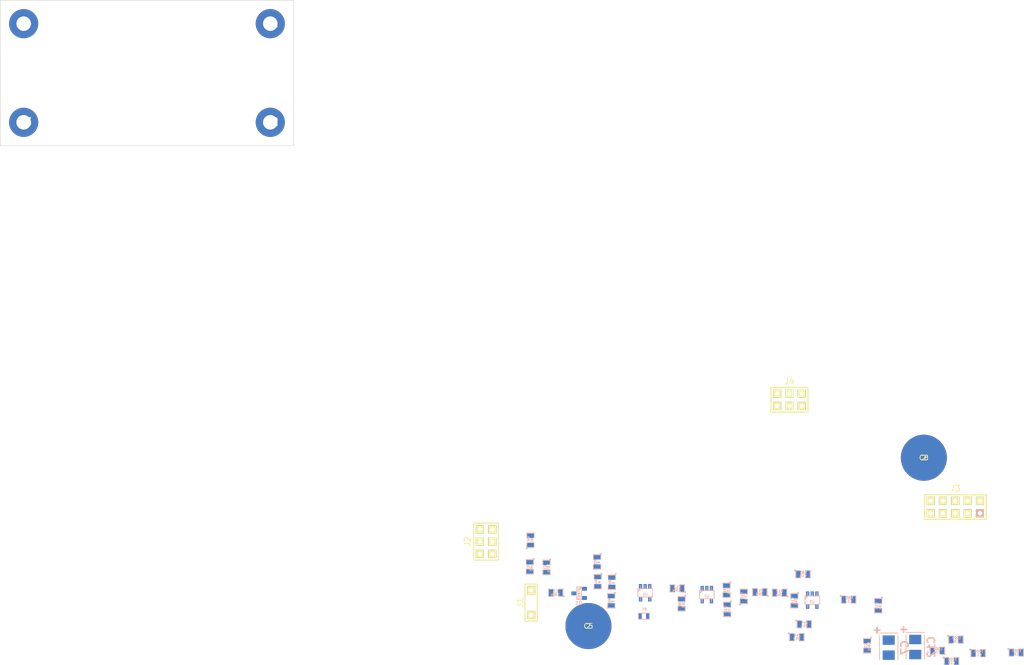
<source format=kicad_pcb>
(kicad_pcb (version 4) (host pcbnew "(2014-08-29 BZR 5106)-product")

  (general
    (links 91)
    (no_connects 91)
    (area 95.075829 46.8122 255.666241 107.009001)
    (thickness 1.6)
    (drawings 4)
    (tracks 0)
    (zones 0)
    (modules 44)
    (nets 20)
  )

  (page A4)
  (layers
    (0 F.Cu signal)
    (31 B.Cu signal)
    (32 B.Adhes user)
    (33 F.Adhes user)
    (34 B.Paste user)
    (35 F.Paste user)
    (36 B.SilkS user)
    (37 F.SilkS user)
    (38 B.Mask user)
    (39 F.Mask user)
    (40 Dwgs.User user)
    (41 Cmts.User user)
    (42 Eco1.User user)
    (43 Eco2.User user)
    (44 Edge.Cuts user)
    (45 Margin user)
    (46 B.CrtYd user)
    (47 F.CrtYd user)
    (48 B.Fab user)
    (49 F.Fab user)
  )

  (setup
    (last_trace_width 0.254)
    (trace_clearance 0.254)
    (zone_clearance 0.508)
    (zone_45_only no)
    (trace_min 0.254)
    (segment_width 0.2)
    (edge_width 0.1)
    (via_size 0.889)
    (via_drill 0.635)
    (via_min_size 0.889)
    (via_min_drill 0.508)
    (uvia_size 0.508)
    (uvia_drill 0.127)
    (uvias_allowed no)
    (uvia_min_size 0.508)
    (uvia_min_drill 0.127)
    (pcb_text_width 0.3)
    (pcb_text_size 1.5 1.5)
    (mod_edge_width 0.15)
    (mod_text_size 1 1)
    (mod_text_width 0.15)
    (pad_size 0.69088 1.00076)
    (pad_drill 0)
    (pad_to_mask_clearance 0)
    (aux_axis_origin 0 0)
    (visible_elements 7FFFFFFF)
    (pcbplotparams
      (layerselection 0x00030_80000001)
      (usegerberextensions false)
      (excludeedgelayer true)
      (linewidth 0.100000)
      (plotframeref false)
      (viasonmask false)
      (mode 1)
      (useauxorigin false)
      (hpglpennumber 1)
      (hpglpenspeed 20)
      (hpglpendiameter 15)
      (hpglpenoverlay 2)
      (psnegative false)
      (psa4output false)
      (plotreference true)
      (plotvalue true)
      (plotinvisibletext false)
      (padsonsilk false)
      (subtractmaskfromsilk false)
      (outputformat 1)
      (mirror false)
      (drillshape 1)
      (scaleselection 1)
      (outputdirectory ""))
  )

  (net 0 "")
  (net 1 "Net-(C1-Pad1)")
  (net 2 GND)
  (net 3 "Net-(C2-Pad1)")
  (net 4 "Net-(C2-Pad2)")
  (net 5 V+)
  (net 6 "Net-(C5-Pad1)")
  (net 7 V-)
  (net 8 "Net-(C13-Pad2)")
  (net 9 "Net-(C13-Pad1)")
  (net 10 "Net-(C14-Pad1)")
  (net 11 "Net-(C14-Pad2)")
  (net 12 "Net-(C15-Pad1)")
  (net 13 "Net-(C16-Pad1)")
  (net 14 "Net-(C16-Pad2)")
  (net 15 "Net-(C17-Pad1)")
  (net 16 "Net-(J2-Pad2)")
  (net 17 "Net-(R3-Pad2)")
  (net 18 "Net-(R13-Pad1)")
  (net 19 "Net-(Q1-Pad2)")

  (net_class Default "Toto je výchozí třída sítě."
    (clearance 0.254)
    (trace_width 0.254)
    (via_dia 0.889)
    (via_drill 0.635)
    (uvia_dia 0.508)
    (uvia_drill 0.127)
    (add_net GND)
    (add_net "Net-(C1-Pad1)")
    (add_net "Net-(C13-Pad1)")
    (add_net "Net-(C13-Pad2)")
    (add_net "Net-(C14-Pad1)")
    (add_net "Net-(C14-Pad2)")
    (add_net "Net-(C15-Pad1)")
    (add_net "Net-(C16-Pad1)")
    (add_net "Net-(C16-Pad2)")
    (add_net "Net-(C17-Pad1)")
    (add_net "Net-(C2-Pad1)")
    (add_net "Net-(C2-Pad2)")
    (add_net "Net-(C5-Pad1)")
    (add_net "Net-(J2-Pad2)")
    (add_net "Net-(Q1-Pad2)")
    (add_net "Net-(R13-Pad1)")
    (add_net "Net-(R3-Pad2)")
    (add_net V+)
    (add_net V-)
  )

  (module MLAB_R:SMD-0805 (layer B.Cu) (tedit 54799E0C) (tstamp 54837338)
    (at 112.776 86.614 270)
    (path /547682EE)
    (attr smd)
    (fp_text reference C1 (at 0 0.3175 270) (layer B.SilkS)
      (effects (font (size 0.50038 0.50038) (thickness 0.10922)) (justify mirror))
    )
    (fp_text value 100k (at 0.127 -0.381 270) (layer B.SilkS)
      (effects (font (size 0.50038 0.50038) (thickness 0.10922)) (justify mirror))
    )
    (fp_circle (center -1.651 -0.762) (end -1.651 -0.635) (layer B.SilkS) (width 0.15))
    (fp_line (start -0.508 -0.762) (end -1.524 -0.762) (layer B.SilkS) (width 0.15))
    (fp_line (start -1.524 -0.762) (end -1.524 0.762) (layer B.SilkS) (width 0.15))
    (fp_line (start -1.524 0.762) (end -0.508 0.762) (layer B.SilkS) (width 0.15))
    (fp_line (start 0.508 0.762) (end 1.524 0.762) (layer B.SilkS) (width 0.15))
    (fp_line (start 1.524 0.762) (end 1.524 -0.762) (layer B.SilkS) (width 0.15))
    (fp_line (start 1.524 -0.762) (end 0.508 -0.762) (layer B.SilkS) (width 0.15))
    (pad 1 smd rect (at -0.9525 0 270) (size 0.889 1.397) (layers B.Cu B.Paste B.Mask)
      (net 1 "Net-(C1-Pad1)"))
    (pad 2 smd rect (at 0.9525 0 270) (size 0.889 1.397) (layers B.Cu B.Paste B.Mask)
      (net 2 GND))
    (model MLAB_3D/Resistors/chip_cms.wrl
      (at (xyz 0 0 0))
      (scale (xyz 0.1 0.1 0.1))
      (rotate (xyz 0 0 0))
    )
  )

  (module MLAB_R:SMD-0805 (layer B.Cu) (tedit 54799E0C) (tstamp 54837345)
    (at 114.681 91.821 180)
    (path /54768486)
    (attr smd)
    (fp_text reference C2 (at 0 0.3175 180) (layer B.SilkS)
      (effects (font (size 0.50038 0.50038) (thickness 0.10922)) (justify mirror))
    )
    (fp_text value 100k (at 0.127 -0.381 180) (layer B.SilkS)
      (effects (font (size 0.50038 0.50038) (thickness 0.10922)) (justify mirror))
    )
    (fp_circle (center -1.651 -0.762) (end -1.651 -0.635) (layer B.SilkS) (width 0.15))
    (fp_line (start -0.508 -0.762) (end -1.524 -0.762) (layer B.SilkS) (width 0.15))
    (fp_line (start -1.524 -0.762) (end -1.524 0.762) (layer B.SilkS) (width 0.15))
    (fp_line (start -1.524 0.762) (end -0.508 0.762) (layer B.SilkS) (width 0.15))
    (fp_line (start 0.508 0.762) (end 1.524 0.762) (layer B.SilkS) (width 0.15))
    (fp_line (start 1.524 0.762) (end 1.524 -0.762) (layer B.SilkS) (width 0.15))
    (fp_line (start 1.524 -0.762) (end 0.508 -0.762) (layer B.SilkS) (width 0.15))
    (pad 1 smd rect (at -0.9525 0 180) (size 0.889 1.397) (layers B.Cu B.Paste B.Mask)
      (net 3 "Net-(C2-Pad1)"))
    (pad 2 smd rect (at 0.9525 0 180) (size 0.889 1.397) (layers B.Cu B.Paste B.Mask)
      (net 4 "Net-(C2-Pad2)"))
    (model MLAB_3D/Resistors/chip_cms.wrl
      (at (xyz 0 0 0))
      (scale (xyz 0.1 0.1 0.1))
      (rotate (xyz 0 0 0))
    )
  )

  (module MLAB_R:SMD-0805 (layer B.Cu) (tedit 54799E0C) (tstamp 54837352)
    (at 178.816 102.743 270)
    (path /54843902)
    (attr smd)
    (fp_text reference C3 (at 0 0.3175 270) (layer B.SilkS)
      (effects (font (size 0.50038 0.50038) (thickness 0.10922)) (justify mirror))
    )
    (fp_text value 100n (at 0.127 -0.381 270) (layer B.SilkS)
      (effects (font (size 0.50038 0.50038) (thickness 0.10922)) (justify mirror))
    )
    (fp_circle (center -1.651 -0.762) (end -1.651 -0.635) (layer B.SilkS) (width 0.15))
    (fp_line (start -0.508 -0.762) (end -1.524 -0.762) (layer B.SilkS) (width 0.15))
    (fp_line (start -1.524 -0.762) (end -1.524 0.762) (layer B.SilkS) (width 0.15))
    (fp_line (start -1.524 0.762) (end -0.508 0.762) (layer B.SilkS) (width 0.15))
    (fp_line (start 0.508 0.762) (end 1.524 0.762) (layer B.SilkS) (width 0.15))
    (fp_line (start 1.524 0.762) (end 1.524 -0.762) (layer B.SilkS) (width 0.15))
    (fp_line (start 1.524 -0.762) (end 0.508 -0.762) (layer B.SilkS) (width 0.15))
    (pad 1 smd rect (at -0.9525 0 270) (size 0.889 1.397) (layers B.Cu B.Paste B.Mask)
      (net 5 V+))
    (pad 2 smd rect (at 0.9525 0 270) (size 0.889 1.397) (layers B.Cu B.Paste B.Mask)
      (net 2 GND))
    (model MLAB_3D/Resistors/chip_cms.wrl
      (at (xyz 0 0 0))
      (scale (xyz 0.1 0.1 0.1))
      (rotate (xyz 0 0 0))
    )
  )

  (module MLAB_R:SMD-0805 (layer B.Cu) (tedit 54799E0C) (tstamp 5483735F)
    (at 193.294 103.759)
    (path /5484394C)
    (attr smd)
    (fp_text reference C4 (at 0 0.3175) (layer B.SilkS)
      (effects (font (size 0.50038 0.50038) (thickness 0.10922)) (justify mirror))
    )
    (fp_text value 100n (at 0.127 -0.381) (layer B.SilkS)
      (effects (font (size 0.50038 0.50038) (thickness 0.10922)) (justify mirror))
    )
    (fp_circle (center -1.651 -0.762) (end -1.651 -0.635) (layer B.SilkS) (width 0.15))
    (fp_line (start -0.508 -0.762) (end -1.524 -0.762) (layer B.SilkS) (width 0.15))
    (fp_line (start -1.524 -0.762) (end -1.524 0.762) (layer B.SilkS) (width 0.15))
    (fp_line (start -1.524 0.762) (end -0.508 0.762) (layer B.SilkS) (width 0.15))
    (fp_line (start 0.508 0.762) (end 1.524 0.762) (layer B.SilkS) (width 0.15))
    (fp_line (start 1.524 0.762) (end 1.524 -0.762) (layer B.SilkS) (width 0.15))
    (fp_line (start 1.524 -0.762) (end 0.508 -0.762) (layer B.SilkS) (width 0.15))
    (pad 1 smd rect (at -0.9525 0) (size 0.889 1.397) (layers B.Cu B.Paste B.Mask)
      (net 5 V+))
    (pad 2 smd rect (at 0.9525 0) (size 0.889 1.397) (layers B.Cu B.Paste B.Mask)
      (net 2 GND))
    (model MLAB_3D/Resistors/chip_cms.wrl
      (at (xyz 0 0 0))
      (scale (xyz 0.1 0.1 0.1))
      (rotate (xyz 0 0 0))
    )
  )

  (module MLAB_C:C2pF (layer F.Cu) (tedit 54834E51) (tstamp 54837365)
    (at 121.412 98.679)
    (path /54769B26)
    (fp_text reference C5 (at 0 0) (layer F.SilkS)
      (effects (font (size 1 1) (thickness 0.15)))
    )
    (fp_text value 2 (at 0 0) (layer F.SilkS)
      (effects (font (size 1 1) (thickness 0.15)))
    )
    (pad 1 smd circle (at 0 0) (size 9.480265 9.480265) (layers F.Cu F.Paste F.Mask)
      (net 6 "Net-(C5-Pad1)"))
    (pad 2 smd circle (at 0 0) (size 9.480265 9.480265) (layers B.Cu F.Paste F.Mask)
      (net 7 V-))
  )

  (module MLAB_R:SMD-0805 (layer B.Cu) (tedit 54799E0C) (tstamp 54837372)
    (at 197.104 101.473)
    (path /54843281)
    (attr smd)
    (fp_text reference C6 (at 0 0.3175) (layer B.SilkS)
      (effects (font (size 0.50038 0.50038) (thickness 0.10922)) (justify mirror))
    )
    (fp_text value 100n (at 0.127 -0.381) (layer B.SilkS)
      (effects (font (size 0.50038 0.50038) (thickness 0.10922)) (justify mirror))
    )
    (fp_circle (center -1.651 -0.762) (end -1.651 -0.635) (layer B.SilkS) (width 0.15))
    (fp_line (start -0.508 -0.762) (end -1.524 -0.762) (layer B.SilkS) (width 0.15))
    (fp_line (start -1.524 -0.762) (end -1.524 0.762) (layer B.SilkS) (width 0.15))
    (fp_line (start -1.524 0.762) (end -0.508 0.762) (layer B.SilkS) (width 0.15))
    (fp_line (start 0.508 0.762) (end 1.524 0.762) (layer B.SilkS) (width 0.15))
    (fp_line (start 1.524 0.762) (end 1.524 -0.762) (layer B.SilkS) (width 0.15))
    (fp_line (start 1.524 -0.762) (end 0.508 -0.762) (layer B.SilkS) (width 0.15))
    (pad 1 smd rect (at -0.9525 0) (size 0.889 1.397) (layers B.Cu B.Paste B.Mask)
      (net 5 V+))
    (pad 2 smd rect (at 0.9525 0) (size 0.889 1.397) (layers B.Cu B.Paste B.Mask)
      (net 2 GND))
    (model MLAB_3D/Resistors/chip_cms.wrl
      (at (xyz 0 0 0))
      (scale (xyz 0.1 0.1 0.1))
      (rotate (xyz 0 0 0))
    )
  )

  (module MLAB_C:TantalC_SizeB_Reflow (layer B.Cu) (tedit 54799CFA) (tstamp 5483737E)
    (at 183.261 103.124 90)
    (descr "Tantal Cap. , Size B, EIA-3528, Reflow,")
    (tags "Tantal Cap. , Size B, EIA-3528, Reflow,")
    (path /548432CC)
    (attr smd)
    (fp_text reference C7 (at 0 3.302 90) (layer B.SilkS)
      (effects (font (thickness 0.3048)) (justify mirror))
    )
    (fp_text value 47u (at 0.254 -3.556 90) (layer B.SilkS) hide
      (effects (font (thickness 0.3048)) (justify mirror))
    )
    (fp_text user + (at 3.59918 -2.49936 270) (layer B.SilkS)
      (effects (font (thickness 0.3048)) (justify mirror))
    )
    (fp_line (start 2.99974 -1.89992) (end 2.99974 1.89992) (layer B.SilkS) (width 0.15))
    (fp_line (start -2.49936 -1.89992) (end 2.49936 -1.89992) (layer B.SilkS) (width 0.15))
    (fp_line (start -2.49682 1.89992) (end 2.5019 1.89992) (layer B.SilkS) (width 0.15))
    (fp_line (start 3.60172 -3.00228) (end 3.60172 -1.90246) (layer B.SilkS) (width 0.15))
    (fp_line (start 4.20116 -2.5019) (end 3.00228 -2.5019) (layer B.SilkS) (width 0.15))
    (pad 2 smd rect (at -1.5494 0 270) (size 1.95072 2.49936) (layers B.Cu B.Paste B.Mask)
      (net 2 GND))
    (pad 1 smd rect (at 1.5494 0 270) (size 1.95072 2.49936) (layers B.Cu B.Paste B.Mask)
      (net 5 V+))
    (model MLAB_3D/Capacitors/c_tant_B.wrl
      (at (xyz 0 0 0))
      (scale (xyz 1 1 1))
      (rotate (xyz 0 0 0))
    )
  )

  (module MLAB_C:C2pF (layer F.Cu) (tedit 54834E51) (tstamp 54837384)
    (at 190.5 64.008)
    (path /54768B04)
    (fp_text reference C8 (at 0 0) (layer F.SilkS)
      (effects (font (size 1 1) (thickness 0.15)))
    )
    (fp_text value 2 (at 0 0) (layer F.SilkS)
      (effects (font (size 1 1) (thickness 0.15)))
    )
    (pad 1 smd circle (at 0 0) (size 9.480265 9.480265) (layers F.Cu F.Paste F.Mask)
      (net 8 "Net-(C13-Pad2)"))
    (pad 2 smd circle (at 0 0) (size 9.480265 9.480265) (layers B.Cu F.Paste F.Mask)
      (net 3 "Net-(C2-Pad1)"))
  )

  (module MLAB_R:SMD-0805 (layer B.Cu) (tedit 54799E0C) (tstamp 54837391)
    (at 209.55 104.14)
    (path /54844741)
    (attr smd)
    (fp_text reference C9 (at 0 0.3175) (layer B.SilkS)
      (effects (font (size 0.50038 0.50038) (thickness 0.10922)) (justify mirror))
    )
    (fp_text value 100n (at 0.127 -0.381) (layer B.SilkS)
      (effects (font (size 0.50038 0.50038) (thickness 0.10922)) (justify mirror))
    )
    (fp_circle (center -1.651 -0.762) (end -1.651 -0.635) (layer B.SilkS) (width 0.15))
    (fp_line (start -0.508 -0.762) (end -1.524 -0.762) (layer B.SilkS) (width 0.15))
    (fp_line (start -1.524 -0.762) (end -1.524 0.762) (layer B.SilkS) (width 0.15))
    (fp_line (start -1.524 0.762) (end -0.508 0.762) (layer B.SilkS) (width 0.15))
    (fp_line (start 0.508 0.762) (end 1.524 0.762) (layer B.SilkS) (width 0.15))
    (fp_line (start 1.524 0.762) (end 1.524 -0.762) (layer B.SilkS) (width 0.15))
    (fp_line (start 1.524 -0.762) (end 0.508 -0.762) (layer B.SilkS) (width 0.15))
    (pad 1 smd rect (at -0.9525 0) (size 0.889 1.397) (layers B.Cu B.Paste B.Mask)
      (net 7 V-))
    (pad 2 smd rect (at 0.9525 0) (size 0.889 1.397) (layers B.Cu B.Paste B.Mask)
      (net 2 GND))
    (model MLAB_3D/Resistors/chip_cms.wrl
      (at (xyz 0 0 0))
      (scale (xyz 0.1 0.1 0.1))
      (rotate (xyz 0 0 0))
    )
  )

  (module MLAB_R:SMD-0805 (layer B.Cu) (tedit 54799E0C) (tstamp 5483739E)
    (at 196.215 105.918)
    (path /54844747)
    (attr smd)
    (fp_text reference C10 (at 0 0.3175) (layer B.SilkS)
      (effects (font (size 0.50038 0.50038) (thickness 0.10922)) (justify mirror))
    )
    (fp_text value 100n (at 0.127 -0.381) (layer B.SilkS)
      (effects (font (size 0.50038 0.50038) (thickness 0.10922)) (justify mirror))
    )
    (fp_circle (center -1.651 -0.762) (end -1.651 -0.635) (layer B.SilkS) (width 0.15))
    (fp_line (start -0.508 -0.762) (end -1.524 -0.762) (layer B.SilkS) (width 0.15))
    (fp_line (start -1.524 -0.762) (end -1.524 0.762) (layer B.SilkS) (width 0.15))
    (fp_line (start -1.524 0.762) (end -0.508 0.762) (layer B.SilkS) (width 0.15))
    (fp_line (start 0.508 0.762) (end 1.524 0.762) (layer B.SilkS) (width 0.15))
    (fp_line (start 1.524 0.762) (end 1.524 -0.762) (layer B.SilkS) (width 0.15))
    (fp_line (start 1.524 -0.762) (end 0.508 -0.762) (layer B.SilkS) (width 0.15))
    (pad 1 smd rect (at -0.9525 0) (size 0.889 1.397) (layers B.Cu B.Paste B.Mask)
      (net 7 V-))
    (pad 2 smd rect (at 0.9525 0) (size 0.889 1.397) (layers B.Cu B.Paste B.Mask)
      (net 2 GND))
    (model MLAB_3D/Resistors/chip_cms.wrl
      (at (xyz 0 0 0))
      (scale (xyz 0.1 0.1 0.1))
      (rotate (xyz 0 0 0))
    )
  )

  (module MLAB_R:SMD-0805 (layer B.Cu) (tedit 54799E0C) (tstamp 548373AB)
    (at 201.676 104.267)
    (path /54844729)
    (attr smd)
    (fp_text reference C11 (at 0 0.3175) (layer B.SilkS)
      (effects (font (size 0.50038 0.50038) (thickness 0.10922)) (justify mirror))
    )
    (fp_text value 100n (at 0.127 -0.381) (layer B.SilkS)
      (effects (font (size 0.50038 0.50038) (thickness 0.10922)) (justify mirror))
    )
    (fp_circle (center -1.651 -0.762) (end -1.651 -0.635) (layer B.SilkS) (width 0.15))
    (fp_line (start -0.508 -0.762) (end -1.524 -0.762) (layer B.SilkS) (width 0.15))
    (fp_line (start -1.524 -0.762) (end -1.524 0.762) (layer B.SilkS) (width 0.15))
    (fp_line (start -1.524 0.762) (end -0.508 0.762) (layer B.SilkS) (width 0.15))
    (fp_line (start 0.508 0.762) (end 1.524 0.762) (layer B.SilkS) (width 0.15))
    (fp_line (start 1.524 0.762) (end 1.524 -0.762) (layer B.SilkS) (width 0.15))
    (fp_line (start 1.524 -0.762) (end 0.508 -0.762) (layer B.SilkS) (width 0.15))
    (pad 1 smd rect (at -0.9525 0) (size 0.889 1.397) (layers B.Cu B.Paste B.Mask)
      (net 7 V-))
    (pad 2 smd rect (at 0.9525 0) (size 0.889 1.397) (layers B.Cu B.Paste B.Mask)
      (net 2 GND))
    (model MLAB_3D/Resistors/chip_cms.wrl
      (at (xyz 0 0 0))
      (scale (xyz 0.1 0.1 0.1))
      (rotate (xyz 0 0 0))
    )
  )

  (module MLAB_C:TantalC_SizeB_Reflow (layer B.Cu) (tedit 54799CFA) (tstamp 548373B7)
    (at 188.722 102.997 90)
    (descr "Tantal Cap. , Size B, EIA-3528, Reflow,")
    (tags "Tantal Cap. , Size B, EIA-3528, Reflow,")
    (path /5484472F)
    (attr smd)
    (fp_text reference C12 (at 0 3.302 90) (layer B.SilkS)
      (effects (font (thickness 0.3048)) (justify mirror))
    )
    (fp_text value 47u (at 0.254 -3.556 90) (layer B.SilkS) hide
      (effects (font (thickness 0.3048)) (justify mirror))
    )
    (fp_text user + (at 3.59918 -2.49936 270) (layer B.SilkS)
      (effects (font (thickness 0.3048)) (justify mirror))
    )
    (fp_line (start 2.99974 -1.89992) (end 2.99974 1.89992) (layer B.SilkS) (width 0.15))
    (fp_line (start -2.49936 -1.89992) (end 2.49936 -1.89992) (layer B.SilkS) (width 0.15))
    (fp_line (start -2.49682 1.89992) (end 2.5019 1.89992) (layer B.SilkS) (width 0.15))
    (fp_line (start 3.60172 -3.00228) (end 3.60172 -1.90246) (layer B.SilkS) (width 0.15))
    (fp_line (start 4.20116 -2.5019) (end 3.00228 -2.5019) (layer B.SilkS) (width 0.15))
    (pad 2 smd rect (at -1.5494 0 270) (size 1.95072 2.49936) (layers B.Cu B.Paste B.Mask)
      (net 2 GND))
    (pad 1 smd rect (at 1.5494 0 270) (size 1.95072 2.49936) (layers B.Cu B.Paste B.Mask)
      (net 7 V-))
    (model MLAB_3D/Capacitors/c_tant_B.wrl
      (at (xyz 0 0 0))
      (scale (xyz 1 1 1))
      (rotate (xyz 0 0 0))
    )
  )

  (module MLAB_R:SMD-0805 (layer B.Cu) (tedit 54799E0C) (tstamp 548373C4)
    (at 139.7 90.932 180)
    (path /5476AC2D)
    (attr smd)
    (fp_text reference C13 (at 0 0.3175 180) (layer B.SilkS)
      (effects (font (size 0.50038 0.50038) (thickness 0.10922)) (justify mirror))
    )
    (fp_text value 330k (at 0.127 -0.381 180) (layer B.SilkS)
      (effects (font (size 0.50038 0.50038) (thickness 0.10922)) (justify mirror))
    )
    (fp_circle (center -1.651 -0.762) (end -1.651 -0.635) (layer B.SilkS) (width 0.15))
    (fp_line (start -0.508 -0.762) (end -1.524 -0.762) (layer B.SilkS) (width 0.15))
    (fp_line (start -1.524 -0.762) (end -1.524 0.762) (layer B.SilkS) (width 0.15))
    (fp_line (start -1.524 0.762) (end -0.508 0.762) (layer B.SilkS) (width 0.15))
    (fp_line (start 0.508 0.762) (end 1.524 0.762) (layer B.SilkS) (width 0.15))
    (fp_line (start 1.524 0.762) (end 1.524 -0.762) (layer B.SilkS) (width 0.15))
    (fp_line (start 1.524 -0.762) (end 0.508 -0.762) (layer B.SilkS) (width 0.15))
    (pad 1 smd rect (at -0.9525 0 180) (size 0.889 1.397) (layers B.Cu B.Paste B.Mask)
      (net 9 "Net-(C13-Pad1)"))
    (pad 2 smd rect (at 0.9525 0 180) (size 0.889 1.397) (layers B.Cu B.Paste B.Mask)
      (net 8 "Net-(C13-Pad2)"))
    (model MLAB_3D/Resistors/chip_cms.wrl
      (at (xyz 0 0 0))
      (scale (xyz 0.1 0.1 0.1))
      (rotate (xyz 0 0 0))
    )
  )

  (module MLAB_R:SMD-0805 (layer B.Cu) (tedit 54799E0C) (tstamp 548373D1)
    (at 153.416 92.583 90)
    (path /54768D77)
    (attr smd)
    (fp_text reference C14 (at 0 0.3175 90) (layer B.SilkS)
      (effects (font (size 0.50038 0.50038) (thickness 0.10922)) (justify mirror))
    )
    (fp_text value 510 (at 0.127 -0.381 90) (layer B.SilkS)
      (effects (font (size 0.50038 0.50038) (thickness 0.10922)) (justify mirror))
    )
    (fp_circle (center -1.651 -0.762) (end -1.651 -0.635) (layer B.SilkS) (width 0.15))
    (fp_line (start -0.508 -0.762) (end -1.524 -0.762) (layer B.SilkS) (width 0.15))
    (fp_line (start -1.524 -0.762) (end -1.524 0.762) (layer B.SilkS) (width 0.15))
    (fp_line (start -1.524 0.762) (end -0.508 0.762) (layer B.SilkS) (width 0.15))
    (fp_line (start 0.508 0.762) (end 1.524 0.762) (layer B.SilkS) (width 0.15))
    (fp_line (start 1.524 0.762) (end 1.524 -0.762) (layer B.SilkS) (width 0.15))
    (fp_line (start 1.524 -0.762) (end 0.508 -0.762) (layer B.SilkS) (width 0.15))
    (pad 1 smd rect (at -0.9525 0 90) (size 0.889 1.397) (layers B.Cu B.Paste B.Mask)
      (net 10 "Net-(C14-Pad1)"))
    (pad 2 smd rect (at 0.9525 0 90) (size 0.889 1.397) (layers B.Cu B.Paste B.Mask)
      (net 11 "Net-(C14-Pad2)"))
    (model MLAB_3D/Resistors/chip_cms.wrl
      (at (xyz 0 0 0))
      (scale (xyz 0.1 0.1 0.1))
      (rotate (xyz 0 0 0))
    )
  )

  (module MLAB_R:SMD-0805 (layer B.Cu) (tedit 54799E0C) (tstamp 548373DE)
    (at 163.83 93.472 270)
    (path /54768FA2)
    (attr smd)
    (fp_text reference C15 (at 0 0.3175 270) (layer B.SilkS)
      (effects (font (size 0.50038 0.50038) (thickness 0.10922)) (justify mirror))
    )
    (fp_text value 240 (at 0.127 -0.381 270) (layer B.SilkS)
      (effects (font (size 0.50038 0.50038) (thickness 0.10922)) (justify mirror))
    )
    (fp_circle (center -1.651 -0.762) (end -1.651 -0.635) (layer B.SilkS) (width 0.15))
    (fp_line (start -0.508 -0.762) (end -1.524 -0.762) (layer B.SilkS) (width 0.15))
    (fp_line (start -1.524 -0.762) (end -1.524 0.762) (layer B.SilkS) (width 0.15))
    (fp_line (start -1.524 0.762) (end -0.508 0.762) (layer B.SilkS) (width 0.15))
    (fp_line (start 0.508 0.762) (end 1.524 0.762) (layer B.SilkS) (width 0.15))
    (fp_line (start 1.524 0.762) (end 1.524 -0.762) (layer B.SilkS) (width 0.15))
    (fp_line (start 1.524 -0.762) (end 0.508 -0.762) (layer B.SilkS) (width 0.15))
    (pad 1 smd rect (at -0.9525 0 270) (size 0.889 1.397) (layers B.Cu B.Paste B.Mask)
      (net 12 "Net-(C15-Pad1)"))
    (pad 2 smd rect (at 0.9525 0 270) (size 0.889 1.397) (layers B.Cu B.Paste B.Mask)
      (net 2 GND))
    (model MLAB_3D/Resistors/chip_cms.wrl
      (at (xyz 0 0 0))
      (scale (xyz 0.1 0.1 0.1))
      (rotate (xyz 0 0 0))
    )
  )

  (module MLAB_R:SMD-0805 (layer B.Cu) (tedit 54799E0C) (tstamp 548373EB)
    (at 165.608 88.011)
    (path /54768EE6)
    (attr smd)
    (fp_text reference C16 (at 0 0.3175) (layer B.SilkS)
      (effects (font (size 0.50038 0.50038) (thickness 0.10922)) (justify mirror))
    )
    (fp_text value 180 (at 0.127 -0.381) (layer B.SilkS)
      (effects (font (size 0.50038 0.50038) (thickness 0.10922)) (justify mirror))
    )
    (fp_circle (center -1.651 -0.762) (end -1.651 -0.635) (layer B.SilkS) (width 0.15))
    (fp_line (start -0.508 -0.762) (end -1.524 -0.762) (layer B.SilkS) (width 0.15))
    (fp_line (start -1.524 -0.762) (end -1.524 0.762) (layer B.SilkS) (width 0.15))
    (fp_line (start -1.524 0.762) (end -0.508 0.762) (layer B.SilkS) (width 0.15))
    (fp_line (start 0.508 0.762) (end 1.524 0.762) (layer B.SilkS) (width 0.15))
    (fp_line (start 1.524 0.762) (end 1.524 -0.762) (layer B.SilkS) (width 0.15))
    (fp_line (start 1.524 -0.762) (end 0.508 -0.762) (layer B.SilkS) (width 0.15))
    (pad 1 smd rect (at -0.9525 0) (size 0.889 1.397) (layers B.Cu B.Paste B.Mask)
      (net 13 "Net-(C16-Pad1)"))
    (pad 2 smd rect (at 0.9525 0) (size 0.889 1.397) (layers B.Cu B.Paste B.Mask)
      (net 14 "Net-(C16-Pad2)"))
    (model MLAB_3D/Resistors/chip_cms.wrl
      (at (xyz 0 0 0))
      (scale (xyz 0.1 0.1 0.1))
      (rotate (xyz 0 0 0))
    )
  )

  (module MLAB_R:SMD-0805 (layer B.Cu) (tedit 54799E0C) (tstamp 548373F8)
    (at 175.006 93.218)
    (path /547691BD)
    (attr smd)
    (fp_text reference C17 (at 0 0.3175) (layer B.SilkS)
      (effects (font (size 0.50038 0.50038) (thickness 0.10922)) (justify mirror))
    )
    (fp_text value 330k (at 0.127 -0.381) (layer B.SilkS)
      (effects (font (size 0.50038 0.50038) (thickness 0.10922)) (justify mirror))
    )
    (fp_circle (center -1.651 -0.762) (end -1.651 -0.635) (layer B.SilkS) (width 0.15))
    (fp_line (start -0.508 -0.762) (end -1.524 -0.762) (layer B.SilkS) (width 0.15))
    (fp_line (start -1.524 -0.762) (end -1.524 0.762) (layer B.SilkS) (width 0.15))
    (fp_line (start -1.524 0.762) (end -0.508 0.762) (layer B.SilkS) (width 0.15))
    (fp_line (start 0.508 0.762) (end 1.524 0.762) (layer B.SilkS) (width 0.15))
    (fp_line (start 1.524 0.762) (end 1.524 -0.762) (layer B.SilkS) (width 0.15))
    (fp_line (start 1.524 -0.762) (end 0.508 -0.762) (layer B.SilkS) (width 0.15))
    (pad 1 smd rect (at -0.9525 0) (size 0.889 1.397) (layers B.Cu B.Paste B.Mask)
      (net 15 "Net-(C17-Pad1)"))
    (pad 2 smd rect (at 0.9525 0) (size 0.889 1.397) (layers B.Cu B.Paste B.Mask)
      (net 13 "Net-(C16-Pad1)"))
    (model MLAB_3D/Resistors/chip_cms.wrl
      (at (xyz 0 0 0))
      (scale (xyz 0.1 0.1 0.1))
      (rotate (xyz 0 0 0))
    )
  )

  (module Hrebinky:Pin_Header_Straight_2x03 placed (layer F.Cu) (tedit 54837138) (tstamp 54837415)
    (at 100.33 81.28 90)
    (descr "1 pin")
    (tags "CONN DEV")
    (path /54836CC9)
    (fp_text reference J2 (at 0 -3.81 90) (layer F.SilkS)
      (effects (font (size 1.27 1.27) (thickness 0.2032)))
    )
    (fp_text value JUMP_3X2 (at 0 0 90) (layer F.SilkS) hide
      (effects (font (size 1.27 1.27) (thickness 0.2032)))
    )
    (fp_line (start -3.81 2.54) (end 3.81 2.54) (layer F.SilkS) (width 0.254))
    (fp_line (start 3.81 2.54) (end 3.81 -2.54) (layer F.SilkS) (width 0.254))
    (fp_line (start 3.81 -2.54) (end -1.27 -2.54) (layer F.SilkS) (width 0.254))
    (fp_line (start -3.81 2.54) (end -3.81 0) (layer F.SilkS) (width 0.254))
    (fp_line (start -3.81 -2.54) (end -3.81 0) (layer F.SilkS) (width 0.254))
    (fp_line (start -1.27 -2.54) (end -3.81 -2.54) (layer F.SilkS) (width 0.254))
    (pad 1 thru_hole rect (at -2.54 1.27 90) (size 1.651 1.651) (drill 0.9) (layers *.Cu *.Mask F.SilkS)
      (net 2 GND))
    (pad 2 thru_hole rect (at 0 1.27 90) (size 1.651 1.651) (drill 0.9) (layers *.Cu *.Mask F.SilkS)
      (net 16 "Net-(J2-Pad2)"))
    (pad 3 thru_hole rect (at 2.54 1.27 90) (size 1.651 1.651) (drill 0.9) (layers *.Cu *.Mask F.SilkS)
      (net 2 GND))
    (pad 4 thru_hole rect (at 2.54 -1.27 90) (size 1.651 1.651) (drill 0.9) (layers *.Cu *.Mask F.SilkS)
      (net 2 GND))
    (pad 5 thru_hole rect (at 0 -1.27 90) (size 1.651 1.651) (drill 0.9) (layers *.Cu *.Mask F.SilkS)
      (net 16 "Net-(J2-Pad2)"))
    (pad 6 thru_hole rect (at -2.54 -1.27 90) (size 1.651 1.651) (drill 0.9) (layers *.Cu *.Mask F.SilkS)
      (net 2 GND))
    (model Pin_Headers/Pin_Header_Straight_2x03.wrl
      (at (xyz 0 0 0))
      (scale (xyz 1 1 1))
      (rotate (xyz 0 0 0))
    )
  )

  (module Hrebinky:Pin_Header_Straight_2x05 placed (layer F.Cu) (tedit 53F5A718) (tstamp 54837438)
    (at 196.977 74.168)
    (descr "1 pin")
    (tags "CONN DEV")
    (path /54770A25)
    (fp_text reference J3 (at 0 -3.81) (layer F.SilkS)
      (effects (font (size 1.27 1.27) (thickness 0.2032)))
    )
    (fp_text value JUMP_5X2 (at 1.27 0) (layer F.SilkS) hide
      (effects (font (size 1.27 1.27) (thickness 0.2032)))
    )
    (fp_line (start -3.81 -2.54) (end -2.54 -2.54) (layer F.SilkS) (width 0.254))
    (fp_line (start -6.35 -2.54) (end -3.81 -2.54) (layer F.SilkS) (width 0.254))
    (fp_line (start 6.35 2.54) (end 6.35 -2.54) (layer F.SilkS) (width 0.254))
    (fp_line (start 3.81 -2.54) (end 6.35 -2.54) (layer F.SilkS) (width 0.254))
    (fp_line (start 3.81 2.54) (end 6.35 2.54) (layer F.SilkS) (width 0.254))
    (fp_line (start 3.81 2.54) (end 6.35 2.54) (layer F.SilkS) (width 0.254))
    (fp_line (start 3.81 -2.54) (end 6.35 -2.54) (layer F.SilkS) (width 0.254))
    (fp_line (start 6.35 2.54) (end 6.35 -2.54) (layer F.SilkS) (width 0.254))
    (fp_line (start 2.54 -2.54) (end 5.08 -2.54) (layer F.SilkS) (width 0.254))
    (fp_line (start -1.27 2.54) (end 1.27 2.54) (layer F.SilkS) (width 0.254))
    (fp_line (start -1.27 2.54) (end 1.27 2.54) (layer F.SilkS) (width 0.254))
    (fp_line (start 2.54 -2.54) (end 5.08 -2.54) (layer F.SilkS) (width 0.254))
    (fp_line (start 2.54 -2.54) (end 5.08 -2.54) (layer F.SilkS) (width 0.254))
    (fp_line (start 1.27 2.54) (end 3.81 2.54) (layer F.SilkS) (width 0.254))
    (fp_line (start 1.27 2.54) (end 3.81 2.54) (layer F.SilkS) (width 0.254))
    (fp_line (start 2.54 -2.54) (end 5.08 -2.54) (layer F.SilkS) (width 0.254))
    (fp_line (start -6.35 2.54) (end 1.27 2.54) (layer F.SilkS) (width 0.254))
    (fp_line (start 5.08 -2.54) (end 0 -2.54) (layer F.SilkS) (width 0.254))
    (fp_line (start -6.35 2.54) (end -6.35 0) (layer F.SilkS) (width 0.254))
    (fp_line (start -6.35 -2.54) (end -6.35 0) (layer F.SilkS) (width 0.254))
    (fp_line (start 0 -2.54) (end -2.54 -2.54) (layer F.SilkS) (width 0.254))
    (pad 9 thru_hole rect (at -2.54 -1.27) (size 1.651 1.651) (drill 0.9) (layers *.Cu *.Mask F.SilkS)
      (net 7 V-))
    (pad 5 thru_hole rect (at 5.08 1.27) (size 1.651 1.651) (drill 0.9) (layers *.Cu *.SilkS *.Mask)
      (net 2 GND))
    (pad 3 thru_hole rect (at 0 1.27) (size 1.651 1.651) (drill 0.9) (layers *.Cu *.Mask F.SilkS)
      (net 5 V+))
    (pad 6 thru_hole rect (at 5.08 -1.27) (size 1.651 1.651) (drill 0.9) (layers *.Cu *.Mask F.SilkS)
      (net 2 GND))
    (pad 1 thru_hole rect (at -5.08 1.27) (size 1.651 1.651) (drill 0.9) (layers *.Cu *.Mask F.SilkS)
      (net 2 GND))
    (pad 2 thru_hole rect (at -2.54 1.27) (size 1.651 1.651) (drill 0.9) (layers *.Cu *.Mask F.SilkS)
      (net 7 V-))
    (pad 4 thru_hole rect (at 2.54 1.27) (size 1.651 1.651) (drill 0.9) (layers *.Cu *.Mask F.SilkS)
      (net 7 V-))
    (pad 10 thru_hole rect (at -5.08 -1.27) (size 1.651 1.651) (drill 0.9) (layers *.Cu *.Mask F.SilkS)
      (net 2 GND))
    (pad 7 thru_hole rect (at 2.54 -1.27) (size 1.651 1.651) (drill 0.9) (layers *.Cu *.Mask F.SilkS)
      (net 7 V-))
    (pad 8 thru_hole rect (at 0 -1.27) (size 1.651 1.651) (drill 0.9) (layers *.Cu *.Mask F.SilkS)
      (net 5 V+))
    (model Pin_Headers/Pin_Header_Straight_2x03.wrl
      (at (xyz 0 0 0))
      (scale (xyz 1 1 1))
      (rotate (xyz 0 0 0))
    )
    (model Pin_Headers/Pin_Header_Straight_2x05.wrl
      (at (xyz 0 0 0))
      (scale (xyz 1 1 1))
      (rotate (xyz 0 0 0))
    )
  )

  (module Hrebinky:Pin_Header_Straight_2x03 placed (layer F.Cu) (tedit 54837138) (tstamp 54837448)
    (at 162.814 52.07)
    (descr "1 pin")
    (tags "CONN DEV")
    (path /54838065)
    (fp_text reference J4 (at 0 -3.81) (layer F.SilkS)
      (effects (font (size 1.27 1.27) (thickness 0.2032)))
    )
    (fp_text value Out (at 0 0) (layer F.SilkS) hide
      (effects (font (size 1.27 1.27) (thickness 0.2032)))
    )
    (fp_line (start -3.81 2.54) (end 3.81 2.54) (layer F.SilkS) (width 0.254))
    (fp_line (start 3.81 2.54) (end 3.81 -2.54) (layer F.SilkS) (width 0.254))
    (fp_line (start 3.81 -2.54) (end -1.27 -2.54) (layer F.SilkS) (width 0.254))
    (fp_line (start -3.81 2.54) (end -3.81 0) (layer F.SilkS) (width 0.254))
    (fp_line (start -3.81 -2.54) (end -3.81 0) (layer F.SilkS) (width 0.254))
    (fp_line (start -1.27 -2.54) (end -3.81 -2.54) (layer F.SilkS) (width 0.254))
    (pad 1 thru_hole rect (at -2.54 1.27) (size 1.651 1.651) (drill 0.9) (layers *.Cu *.Mask F.SilkS)
      (net 2 GND))
    (pad 2 thru_hole rect (at 0 1.27) (size 1.651 1.651) (drill 0.9) (layers *.Cu *.Mask F.SilkS)
      (net 15 "Net-(C17-Pad1)"))
    (pad 3 thru_hole rect (at 2.54 1.27) (size 1.651 1.651) (drill 0.9) (layers *.Cu *.Mask F.SilkS)
      (net 2 GND))
    (pad 4 thru_hole rect (at 2.54 -1.27) (size 1.651 1.651) (drill 0.9) (layers *.Cu *.Mask F.SilkS)
      (net 2 GND))
    (pad 5 thru_hole rect (at 0 -1.27) (size 1.651 1.651) (drill 0.9) (layers *.Cu *.Mask F.SilkS)
      (net 15 "Net-(C17-Pad1)"))
    (pad 6 thru_hole rect (at -2.54 -1.27) (size 1.651 1.651) (drill 0.9) (layers *.Cu *.Mask F.SilkS)
      (net 2 GND))
    (model Pin_Headers/Pin_Header_Straight_2x03.wrl
      (at (xyz 0 0 0))
      (scale (xyz 1 1 1))
      (rotate (xyz 0 0 0))
    )
  )

  (module Dira:MountingHole_3mm placed (layer F.Cu) (tedit 54345FDC) (tstamp 5483744E)
    (at 55.88 -25.4)
    (descr "Mounting hole, Befestigungsbohrung, 3mm, No Annular, Kein Restring,")
    (tags "Mounting hole, Befestigungsbohrung, 3mm, No Annular, Kein Restring,")
    (path /54771AB7)
    (fp_text reference P1 (at 0.1778 -0.0762) (layer F.SilkS)
      (effects (font (thickness 0.3048)))
    )
    (fp_text value _ (at 1.00076 5.00126) (layer F.SilkS) hide
      (effects (font (thickness 0.3048)))
    )
    (fp_circle (center 0 0) (end 2.99974 0) (layer Cmts.User) (width 0.381))
    (pad 1 thru_hole circle (at 0 0) (size 6 6) (drill 3) (layers *.Cu *.Adhes *.Mask)
      (net 2 GND) (clearance 1) (zone_connect 2))
  )

  (module Dira:MountingHole_3mm placed (layer F.Cu) (tedit 54345FDC) (tstamp 54837454)
    (at 55.88 -5.08)
    (descr "Mounting hole, Befestigungsbohrung, 3mm, No Annular, Kein Restring,")
    (tags "Mounting hole, Befestigungsbohrung, 3mm, No Annular, Kein Restring,")
    (path /54771C1B)
    (fp_text reference P2 (at 0.1778 -0.0762) (layer F.SilkS)
      (effects (font (thickness 0.3048)))
    )
    (fp_text value _ (at 1.00076 5.00126) (layer F.SilkS) hide
      (effects (font (thickness 0.3048)))
    )
    (fp_circle (center 0 0) (end 2.99974 0) (layer Cmts.User) (width 0.381))
    (pad 1 thru_hole circle (at 0 0) (size 6 6) (drill 3) (layers *.Cu *.Adhes *.Mask)
      (net 2 GND) (clearance 1) (zone_connect 2))
  )

  (module Dira:MountingHole_3mm placed (layer F.Cu) (tedit 54345FDC) (tstamp 5483745A)
    (at 5.08 -5.08)
    (descr "Mounting hole, Befestigungsbohrung, 3mm, No Annular, Kein Restring,")
    (tags "Mounting hole, Befestigungsbohrung, 3mm, No Annular, Kein Restring,")
    (path /54771C61)
    (fp_text reference P3 (at 0.1778 -0.0762) (layer F.SilkS)
      (effects (font (thickness 0.3048)))
    )
    (fp_text value _ (at 1.00076 5.00126) (layer F.SilkS) hide
      (effects (font (thickness 0.3048)))
    )
    (fp_circle (center 0 0) (end 2.99974 0) (layer Cmts.User) (width 0.381))
    (pad 1 thru_hole circle (at 0 0) (size 6 6) (drill 3) (layers *.Cu *.Adhes *.Mask)
      (net 2 GND) (clearance 1) (zone_connect 2))
  )

  (module Dira:MountingHole_3mm placed (layer F.Cu) (tedit 54345FDC) (tstamp 54837460)
    (at 5.08 -25.4)
    (descr "Mounting hole, Befestigungsbohrung, 3mm, No Annular, Kein Restring,")
    (tags "Mounting hole, Befestigungsbohrung, 3mm, No Annular, Kein Restring,")
    (path /54771CAA)
    (fp_text reference P4 (at 0.1778 -0.0762) (layer F.SilkS)
      (effects (font (thickness 0.3048)))
    )
    (fp_text value _ (at 1.00076 5.00126) (layer F.SilkS) hide
      (effects (font (thickness 0.3048)))
    )
    (fp_circle (center 0 0) (end 2.99974 0) (layer Cmts.User) (width 0.381))
    (pad 1 thru_hole circle (at 0 0) (size 6 6) (drill 3) (layers *.Cu *.Adhes *.Mask)
      (net 2 GND) (clearance 1) (zone_connect 2))
  )

  (module MLAB_IO:SOT-23 (layer B.Cu) (tedit 54836E42) (tstamp 5483746C)
    (at 119.507 91.948 270)
    (tags SOT23)
    (path /547684BC)
    (fp_text reference Q1 (at 1.99898 0.09906 540) (layer B.SilkS)
      (effects (font (size 0.762 0.762) (thickness 0.11938)) (justify mirror))
    )
    (fp_text value BF862 (at 0.0635 0 270) (layer B.SilkS)
      (effects (font (size 0.50038 0.50038) (thickness 0.09906)) (justify mirror))
    )
    (fp_circle (center -1.17602 -0.35052) (end -1.30048 -0.44958) (layer B.SilkS) (width 0.15))
    (fp_line (start 1.27 0.508) (end 1.27 -0.508) (layer B.SilkS) (width 0.15))
    (fp_line (start -1.3335 0.508) (end -1.3335 -0.508) (layer B.SilkS) (width 0.15))
    (fp_line (start 1.27 -0.508) (end -1.3335 -0.508) (layer B.SilkS) (width 0.15))
    (fp_line (start -1.3335 0.508) (end 1.27 0.508) (layer B.SilkS) (width 0.15))
    (pad 3 smd rect (at 0 1.09982 270) (size 0.8001 1.00076) (layers B.Cu B.Paste B.Mask)
      (net 3 "Net-(C2-Pad1)"))
    (pad 2 smd rect (at 0.9525 -1.09982 270) (size 0.8001 1.00076) (layers B.Cu B.Paste B.Mask)
      (net 19 "Net-(Q1-Pad2)"))
    (pad 1 smd rect (at -0.9525 -1.09982 270) (size 0.8001 1.00076) (layers B.Cu B.Paste B.Mask)
      (net 7 V-))
    (model D:/Honza/library/KiCAD/MLAB_3D/IO/SOT23_3.wrl
      (at (xyz 0 0 0))
      (scale (xyz 0.4 0.4 0.4))
      (rotate (xyz 0 0 180))
    )
  )

  (module MLAB_R:SMD-0805 (layer B.Cu) (tedit 54799E0C) (tstamp 54837479)
    (at 109.474 81.026 90)
    (path /5476823C)
    (attr smd)
    (fp_text reference R1 (at 0 0.3175 90) (layer B.SilkS)
      (effects (font (size 0.50038 0.50038) (thickness 0.10922)) (justify mirror))
    )
    (fp_text value 4M7 (at 0.127 -0.381 90) (layer B.SilkS)
      (effects (font (size 0.50038 0.50038) (thickness 0.10922)) (justify mirror))
    )
    (fp_circle (center -1.651 -0.762) (end -1.651 -0.635) (layer B.SilkS) (width 0.15))
    (fp_line (start -0.508 -0.762) (end -1.524 -0.762) (layer B.SilkS) (width 0.15))
    (fp_line (start -1.524 -0.762) (end -1.524 0.762) (layer B.SilkS) (width 0.15))
    (fp_line (start -1.524 0.762) (end -0.508 0.762) (layer B.SilkS) (width 0.15))
    (fp_line (start 0.508 0.762) (end 1.524 0.762) (layer B.SilkS) (width 0.15))
    (fp_line (start 1.524 0.762) (end 1.524 -0.762) (layer B.SilkS) (width 0.15))
    (fp_line (start 1.524 -0.762) (end 0.508 -0.762) (layer B.SilkS) (width 0.15))
    (pad 1 smd rect (at -0.9525 0 90) (size 0.889 1.397) (layers B.Cu B.Paste B.Mask)
      (net 16 "Net-(J2-Pad2)"))
    (pad 2 smd rect (at 0.9525 0 90) (size 0.889 1.397) (layers B.Cu B.Paste B.Mask)
      (net 1 "Net-(C1-Pad1)"))
    (model MLAB_3D/Resistors/chip_cms.wrl
      (at (xyz 0 0 0))
      (scale (xyz 0.1 0.1 0.1))
      (rotate (xyz 0 0 0))
    )
  )

  (module MLAB_R:SMD-0805 (layer B.Cu) (tedit 54799E0C) (tstamp 54837486)
    (at 109.347 86.487 270)
    (path /547682B2)
    (attr smd)
    (fp_text reference R2 (at 0 0.3175 270) (layer B.SilkS)
      (effects (font (size 0.50038 0.50038) (thickness 0.10922)) (justify mirror))
    )
    (fp_text value 4M7 (at 0.127 -0.381 270) (layer B.SilkS)
      (effects (font (size 0.50038 0.50038) (thickness 0.10922)) (justify mirror))
    )
    (fp_circle (center -1.651 -0.762) (end -1.651 -0.635) (layer B.SilkS) (width 0.15))
    (fp_line (start -0.508 -0.762) (end -1.524 -0.762) (layer B.SilkS) (width 0.15))
    (fp_line (start -1.524 -0.762) (end -1.524 0.762) (layer B.SilkS) (width 0.15))
    (fp_line (start -1.524 0.762) (end -0.508 0.762) (layer B.SilkS) (width 0.15))
    (fp_line (start 0.508 0.762) (end 1.524 0.762) (layer B.SilkS) (width 0.15))
    (fp_line (start 1.524 0.762) (end 1.524 -0.762) (layer B.SilkS) (width 0.15))
    (fp_line (start 1.524 -0.762) (end 0.508 -0.762) (layer B.SilkS) (width 0.15))
    (pad 1 smd rect (at -0.9525 0 270) (size 0.889 1.397) (layers B.Cu B.Paste B.Mask)
      (net 1 "Net-(C1-Pad1)"))
    (pad 2 smd rect (at 0.9525 0 270) (size 0.889 1.397) (layers B.Cu B.Paste B.Mask)
      (net 4 "Net-(C2-Pad2)"))
    (model MLAB_3D/Resistors/chip_cms.wrl
      (at (xyz 0 0 0))
      (scale (xyz 0.1 0.1 0.1))
      (rotate (xyz 0 0 0))
    )
  )

  (module MLAB_R:SMD-0805 (layer B.Cu) (tedit 54799E0C) (tstamp 54837493)
    (at 123.19 85.471 270)
    (path /5476858B)
    (attr smd)
    (fp_text reference R3 (at 0 0.3175 270) (layer B.SilkS)
      (effects (font (size 0.50038 0.50038) (thickness 0.10922)) (justify mirror))
    )
    (fp_text value R (at 0.127 -0.381 270) (layer B.SilkS)
      (effects (font (size 0.50038 0.50038) (thickness 0.10922)) (justify mirror))
    )
    (fp_circle (center -1.651 -0.762) (end -1.651 -0.635) (layer B.SilkS) (width 0.15))
    (fp_line (start -0.508 -0.762) (end -1.524 -0.762) (layer B.SilkS) (width 0.15))
    (fp_line (start -1.524 -0.762) (end -1.524 0.762) (layer B.SilkS) (width 0.15))
    (fp_line (start -1.524 0.762) (end -0.508 0.762) (layer B.SilkS) (width 0.15))
    (fp_line (start 0.508 0.762) (end 1.524 0.762) (layer B.SilkS) (width 0.15))
    (fp_line (start 1.524 0.762) (end 1.524 -0.762) (layer B.SilkS) (width 0.15))
    (fp_line (start 1.524 -0.762) (end 0.508 -0.762) (layer B.SilkS) (width 0.15))
    (pad 1 smd rect (at -0.9525 0 270) (size 0.889 1.397) (layers B.Cu B.Paste B.Mask)
      (net 5 V+))
    (pad 2 smd rect (at 0.9525 0 270) (size 0.889 1.397) (layers B.Cu B.Paste B.Mask)
      (net 17 "Net-(R3-Pad2)"))
    (model MLAB_3D/Resistors/chip_cms.wrl
      (at (xyz 0 0 0))
      (scale (xyz 0.1 0.1 0.1))
      (rotate (xyz 0 0 0))
    )
  )

  (module MLAB_R:SMD-0805 (layer B.Cu) (tedit 54799E0C) (tstamp 548374A0)
    (at 123.317 89.535 270)
    (path /54768535)
    (attr smd)
    (fp_text reference R4 (at 0 0.3175 270) (layer B.SilkS)
      (effects (font (size 0.50038 0.50038) (thickness 0.10922)) (justify mirror))
    )
    (fp_text value R (at 0.127 -0.381 270) (layer B.SilkS)
      (effects (font (size 0.50038 0.50038) (thickness 0.10922)) (justify mirror))
    )
    (fp_circle (center -1.651 -0.762) (end -1.651 -0.635) (layer B.SilkS) (width 0.15))
    (fp_line (start -0.508 -0.762) (end -1.524 -0.762) (layer B.SilkS) (width 0.15))
    (fp_line (start -1.524 -0.762) (end -1.524 0.762) (layer B.SilkS) (width 0.15))
    (fp_line (start -1.524 0.762) (end -0.508 0.762) (layer B.SilkS) (width 0.15))
    (fp_line (start 0.508 0.762) (end 1.524 0.762) (layer B.SilkS) (width 0.15))
    (fp_line (start 1.524 0.762) (end 1.524 -0.762) (layer B.SilkS) (width 0.15))
    (fp_line (start 1.524 -0.762) (end 0.508 -0.762) (layer B.SilkS) (width 0.15))
    (pad 1 smd rect (at -0.9525 0 270) (size 0.889 1.397) (layers B.Cu B.Paste B.Mask)
      (net 17 "Net-(R3-Pad2)"))
    (pad 2 smd rect (at 0.9525 0 270) (size 0.889 1.397) (layers B.Cu B.Paste B.Mask)
      (net 19 "Net-(Q1-Pad2)"))
    (model MLAB_3D/Resistors/chip_cms.wrl
      (at (xyz 0 0 0))
      (scale (xyz 0.1 0.1 0.1))
      (rotate (xyz 0 0 0))
    )
  )

  (module MLAB_R:SMD-0805 (layer B.Cu) (tedit 54799E0C) (tstamp 548374AD)
    (at 126.238 89.662 270)
    (path /547685C9)
    (attr smd)
    (fp_text reference R5 (at 0 0.3175 270) (layer B.SilkS)
      (effects (font (size 0.50038 0.50038) (thickness 0.10922)) (justify mirror))
    )
    (fp_text value R (at 0.127 -0.381 270) (layer B.SilkS)
      (effects (font (size 0.50038 0.50038) (thickness 0.10922)) (justify mirror))
    )
    (fp_circle (center -1.651 -0.762) (end -1.651 -0.635) (layer B.SilkS) (width 0.15))
    (fp_line (start -0.508 -0.762) (end -1.524 -0.762) (layer B.SilkS) (width 0.15))
    (fp_line (start -1.524 -0.762) (end -1.524 0.762) (layer B.SilkS) (width 0.15))
    (fp_line (start -1.524 0.762) (end -0.508 0.762) (layer B.SilkS) (width 0.15))
    (fp_line (start 0.508 0.762) (end 1.524 0.762) (layer B.SilkS) (width 0.15))
    (fp_line (start 1.524 0.762) (end 1.524 -0.762) (layer B.SilkS) (width 0.15))
    (fp_line (start 1.524 -0.762) (end 0.508 -0.762) (layer B.SilkS) (width 0.15))
    (pad 1 smd rect (at -0.9525 0 270) (size 0.889 1.397) (layers B.Cu B.Paste B.Mask)
      (net 17 "Net-(R3-Pad2)"))
    (pad 2 smd rect (at 0.9525 0 270) (size 0.889 1.397) (layers B.Cu B.Paste B.Mask)
      (net 6 "Net-(C5-Pad1)"))
    (model MLAB_3D/Resistors/chip_cms.wrl
      (at (xyz 0 0 0))
      (scale (xyz 0.1 0.1 0.1))
      (rotate (xyz 0 0 0))
    )
  )

  (module MLAB_R:SMD-0805 (layer B.Cu) (tedit 54799E0C) (tstamp 548374BA)
    (at 126.111 93.472 270)
    (path /5476860C)
    (attr smd)
    (fp_text reference R6 (at 0 0.3175 270) (layer B.SilkS)
      (effects (font (size 0.50038 0.50038) (thickness 0.10922)) (justify mirror))
    )
    (fp_text value R (at 0.127 -0.381 270) (layer B.SilkS)
      (effects (font (size 0.50038 0.50038) (thickness 0.10922)) (justify mirror))
    )
    (fp_circle (center -1.651 -0.762) (end -1.651 -0.635) (layer B.SilkS) (width 0.15))
    (fp_line (start -0.508 -0.762) (end -1.524 -0.762) (layer B.SilkS) (width 0.15))
    (fp_line (start -1.524 -0.762) (end -1.524 0.762) (layer B.SilkS) (width 0.15))
    (fp_line (start -1.524 0.762) (end -0.508 0.762) (layer B.SilkS) (width 0.15))
    (fp_line (start 0.508 0.762) (end 1.524 0.762) (layer B.SilkS) (width 0.15))
    (fp_line (start 1.524 0.762) (end 1.524 -0.762) (layer B.SilkS) (width 0.15))
    (fp_line (start 1.524 -0.762) (end 0.508 -0.762) (layer B.SilkS) (width 0.15))
    (pad 1 smd rect (at -0.9525 0 270) (size 0.889 1.397) (layers B.Cu B.Paste B.Mask)
      (net 6 "Net-(C5-Pad1)"))
    (pad 2 smd rect (at 0.9525 0 270) (size 0.889 1.397) (layers B.Cu B.Paste B.Mask)
      (net 7 V-))
    (model MLAB_3D/Resistors/chip_cms.wrl
      (at (xyz 0 0 0))
      (scale (xyz 0.1 0.1 0.1))
      (rotate (xyz 0 0 0))
    )
  )

  (module MLAB_R:SMD-0603 (layer B.Cu) (tedit 54799576) (tstamp 548374C4)
    (at 132.842 96.647 180)
    (path /54768C16)
    (attr smd)
    (fp_text reference R7 (at -0.127 1.397 180) (layer B.SilkS)
      (effects (font (size 0.508 0.4572) (thickness 0.1143)) (justify mirror))
    )
    (fp_text value 2M (at 0 -1.524 180) (layer B.SilkS) hide
      (effects (font (size 0.508 0.4572) (thickness 0.1143)) (justify mirror))
    )
    (fp_line (start -1.143 0.635) (end 1.143 0.635) (layer B.SilkS) (width 0.15))
    (fp_line (start 1.143 0.635) (end 1.143 -0.635) (layer B.SilkS) (width 0.15))
    (fp_line (start 1.143 -0.635) (end -1.143 -0.635) (layer B.SilkS) (width 0.15))
    (fp_line (start -1.143 -0.635) (end -1.143 0.635) (layer B.SilkS) (width 0.15))
    (pad 1 smd rect (at -0.762 0 180) (size 0.635 1.143) (layers B.Cu B.Paste B.Mask)
      (net 8 "Net-(C13-Pad2)"))
    (pad 2 smd rect (at 0.762 0 180) (size 0.635 1.143) (layers B.Cu B.Paste B.Mask)
      (net 3 "Net-(C2-Pad1)"))
    (model MLAB_3D/Resistors/r_0603.wrl
      (at (xyz 0 0 0.001))
      (scale (xyz 0.5 0.5 0.5))
      (rotate (xyz 0 0 0))
    )
  )

  (module MLAB_R:SMD-0805 (layer B.Cu) (tedit 54799E0C) (tstamp 548374D1)
    (at 140.589 94.107 270)
    (path /5476AC84)
    (attr smd)
    (fp_text reference R8 (at 0 0.3175 270) (layer B.SilkS)
      (effects (font (size 0.50038 0.50038) (thickness 0.10922)) (justify mirror))
    )
    (fp_text value 3k3 (at 0.127 -0.381 270) (layer B.SilkS)
      (effects (font (size 0.50038 0.50038) (thickness 0.10922)) (justify mirror))
    )
    (fp_circle (center -1.651 -0.762) (end -1.651 -0.635) (layer B.SilkS) (width 0.15))
    (fp_line (start -0.508 -0.762) (end -1.524 -0.762) (layer B.SilkS) (width 0.15))
    (fp_line (start -1.524 -0.762) (end -1.524 0.762) (layer B.SilkS) (width 0.15))
    (fp_line (start -1.524 0.762) (end -0.508 0.762) (layer B.SilkS) (width 0.15))
    (fp_line (start 0.508 0.762) (end 1.524 0.762) (layer B.SilkS) (width 0.15))
    (fp_line (start 1.524 0.762) (end 1.524 -0.762) (layer B.SilkS) (width 0.15))
    (fp_line (start 1.524 -0.762) (end 0.508 -0.762) (layer B.SilkS) (width 0.15))
    (pad 1 smd rect (at -0.9525 0 270) (size 0.889 1.397) (layers B.Cu B.Paste B.Mask)
      (net 9 "Net-(C13-Pad1)"))
    (pad 2 smd rect (at 0.9525 0 270) (size 0.889 1.397) (layers B.Cu B.Paste B.Mask)
      (net 2 GND))
    (model MLAB_3D/Resistors/chip_cms.wrl
      (at (xyz 0 0 0))
      (scale (xyz 0.1 0.1 0.1))
      (rotate (xyz 0 0 0))
    )
  )

  (module MLAB_R:SMD-0805 (layer B.Cu) (tedit 54799E0C) (tstamp 548374DE)
    (at 149.86 91.313 270)
    (path /54768CE2)
    (attr smd)
    (fp_text reference R9 (at 0 0.3175 270) (layer B.SilkS)
      (effects (font (size 0.50038 0.50038) (thickness 0.10922)) (justify mirror))
    )
    (fp_text value 10k (at 0.127 -0.381 270) (layer B.SilkS)
      (effects (font (size 0.50038 0.50038) (thickness 0.10922)) (justify mirror))
    )
    (fp_circle (center -1.651 -0.762) (end -1.651 -0.635) (layer B.SilkS) (width 0.15))
    (fp_line (start -0.508 -0.762) (end -1.524 -0.762) (layer B.SilkS) (width 0.15))
    (fp_line (start -1.524 -0.762) (end -1.524 0.762) (layer B.SilkS) (width 0.15))
    (fp_line (start -1.524 0.762) (end -0.508 0.762) (layer B.SilkS) (width 0.15))
    (fp_line (start 0.508 0.762) (end 1.524 0.762) (layer B.SilkS) (width 0.15))
    (fp_line (start 1.524 0.762) (end 1.524 -0.762) (layer B.SilkS) (width 0.15))
    (fp_line (start 1.524 -0.762) (end 0.508 -0.762) (layer B.SilkS) (width 0.15))
    (pad 1 smd rect (at -0.9525 0 270) (size 0.889 1.397) (layers B.Cu B.Paste B.Mask)
      (net 11 "Net-(C14-Pad2)"))
    (pad 2 smd rect (at 0.9525 0 270) (size 0.889 1.397) (layers B.Cu B.Paste B.Mask)
      (net 10 "Net-(C14-Pad1)"))
    (model MLAB_3D/Resistors/chip_cms.wrl
      (at (xyz 0 0 0))
      (scale (xyz 0.1 0.1 0.1))
      (rotate (xyz 0 0 0))
    )
  )

  (module MLAB_R:SMD-0805 (layer B.Cu) (tedit 54799E0C) (tstamp 548374EB)
    (at 149.987 95.25 270)
    (path /54768D36)
    (attr smd)
    (fp_text reference R10 (at 0 0.3175 270) (layer B.SilkS)
      (effects (font (size 0.50038 0.50038) (thickness 0.10922)) (justify mirror))
    )
    (fp_text value 1k5 (at 0.127 -0.381 270) (layer B.SilkS)
      (effects (font (size 0.50038 0.50038) (thickness 0.10922)) (justify mirror))
    )
    (fp_circle (center -1.651 -0.762) (end -1.651 -0.635) (layer B.SilkS) (width 0.15))
    (fp_line (start -0.508 -0.762) (end -1.524 -0.762) (layer B.SilkS) (width 0.15))
    (fp_line (start -1.524 -0.762) (end -1.524 0.762) (layer B.SilkS) (width 0.15))
    (fp_line (start -1.524 0.762) (end -0.508 0.762) (layer B.SilkS) (width 0.15))
    (fp_line (start 0.508 0.762) (end 1.524 0.762) (layer B.SilkS) (width 0.15))
    (fp_line (start 1.524 0.762) (end 1.524 -0.762) (layer B.SilkS) (width 0.15))
    (fp_line (start 1.524 -0.762) (end 0.508 -0.762) (layer B.SilkS) (width 0.15))
    (pad 1 smd rect (at -0.9525 0 270) (size 0.889 1.397) (layers B.Cu B.Paste B.Mask)
      (net 10 "Net-(C14-Pad1)"))
    (pad 2 smd rect (at 0.9525 0 270) (size 0.889 1.397) (layers B.Cu B.Paste B.Mask)
      (net 2 GND))
    (model MLAB_3D/Resistors/chip_cms.wrl
      (at (xyz 0 0 0))
      (scale (xyz 0.1 0.1 0.1))
      (rotate (xyz 0 0 0))
    )
  )

  (module MLAB_R:SMD-0805 (layer B.Cu) (tedit 54799E0C) (tstamp 548374F8)
    (at 156.718 91.694 180)
    (path /54768E39)
    (attr smd)
    (fp_text reference R11 (at 0 0.3175 180) (layer B.SilkS)
      (effects (font (size 0.50038 0.50038) (thickness 0.10922)) (justify mirror))
    )
    (fp_text value 3k9 (at 0.127 -0.381 180) (layer B.SilkS)
      (effects (font (size 0.50038 0.50038) (thickness 0.10922)) (justify mirror))
    )
    (fp_circle (center -1.651 -0.762) (end -1.651 -0.635) (layer B.SilkS) (width 0.15))
    (fp_line (start -0.508 -0.762) (end -1.524 -0.762) (layer B.SilkS) (width 0.15))
    (fp_line (start -1.524 -0.762) (end -1.524 0.762) (layer B.SilkS) (width 0.15))
    (fp_line (start -1.524 0.762) (end -0.508 0.762) (layer B.SilkS) (width 0.15))
    (fp_line (start 0.508 0.762) (end 1.524 0.762) (layer B.SilkS) (width 0.15))
    (fp_line (start 1.524 0.762) (end 1.524 -0.762) (layer B.SilkS) (width 0.15))
    (fp_line (start 1.524 -0.762) (end 0.508 -0.762) (layer B.SilkS) (width 0.15))
    (pad 1 smd rect (at -0.9525 0 180) (size 0.889 1.397) (layers B.Cu B.Paste B.Mask)
      (net 14 "Net-(C16-Pad2)"))
    (pad 2 smd rect (at 0.9525 0 180) (size 0.889 1.397) (layers B.Cu B.Paste B.Mask)
      (net 11 "Net-(C14-Pad2)"))
    (model MLAB_3D/Resistors/chip_cms.wrl
      (at (xyz 0 0 0))
      (scale (xyz 0.1 0.1 0.1))
      (rotate (xyz 0 0 0))
    )
  )

  (module MLAB_R:SMD-0805 (layer B.Cu) (tedit 54799E0C) (tstamp 54837505)
    (at 160.782 91.821 180)
    (path /54768EA8)
    (attr smd)
    (fp_text reference R12 (at 0 0.3175 180) (layer B.SilkS)
      (effects (font (size 0.50038 0.50038) (thickness 0.10922)) (justify mirror))
    )
    (fp_text value 2k4 (at 0.127 -0.381 180) (layer B.SilkS)
      (effects (font (size 0.50038 0.50038) (thickness 0.10922)) (justify mirror))
    )
    (fp_circle (center -1.651 -0.762) (end -1.651 -0.635) (layer B.SilkS) (width 0.15))
    (fp_line (start -0.508 -0.762) (end -1.524 -0.762) (layer B.SilkS) (width 0.15))
    (fp_line (start -1.524 -0.762) (end -1.524 0.762) (layer B.SilkS) (width 0.15))
    (fp_line (start -1.524 0.762) (end -0.508 0.762) (layer B.SilkS) (width 0.15))
    (fp_line (start 0.508 0.762) (end 1.524 0.762) (layer B.SilkS) (width 0.15))
    (fp_line (start 1.524 0.762) (end 1.524 -0.762) (layer B.SilkS) (width 0.15))
    (fp_line (start 1.524 -0.762) (end 0.508 -0.762) (layer B.SilkS) (width 0.15))
    (pad 1 smd rect (at -0.9525 0 180) (size 0.889 1.397) (layers B.Cu B.Paste B.Mask)
      (net 12 "Net-(C15-Pad1)"))
    (pad 2 smd rect (at 0.9525 0 180) (size 0.889 1.397) (layers B.Cu B.Paste B.Mask)
      (net 14 "Net-(C16-Pad2)"))
    (model MLAB_3D/Resistors/chip_cms.wrl
      (at (xyz 0 0 0))
      (scale (xyz 0.1 0.1 0.1))
      (rotate (xyz 0 0 0))
    )
  )

  (module MLAB_R:SMD-0805 (layer B.Cu) (tedit 54799E0C) (tstamp 54837512)
    (at 164.338 100.965)
    (path /54769114)
    (attr smd)
    (fp_text reference R13 (at 0 0.3175) (layer B.SilkS)
      (effects (font (size 0.50038 0.50038) (thickness 0.10922)) (justify mirror))
    )
    (fp_text value 2k4 (at 0.127 -0.381) (layer B.SilkS)
      (effects (font (size 0.50038 0.50038) (thickness 0.10922)) (justify mirror))
    )
    (fp_circle (center -1.651 -0.762) (end -1.651 -0.635) (layer B.SilkS) (width 0.15))
    (fp_line (start -0.508 -0.762) (end -1.524 -0.762) (layer B.SilkS) (width 0.15))
    (fp_line (start -1.524 -0.762) (end -1.524 0.762) (layer B.SilkS) (width 0.15))
    (fp_line (start -1.524 0.762) (end -0.508 0.762) (layer B.SilkS) (width 0.15))
    (fp_line (start 0.508 0.762) (end 1.524 0.762) (layer B.SilkS) (width 0.15))
    (fp_line (start 1.524 0.762) (end 1.524 -0.762) (layer B.SilkS) (width 0.15))
    (fp_line (start 1.524 -0.762) (end 0.508 -0.762) (layer B.SilkS) (width 0.15))
    (pad 1 smd rect (at -0.9525 0) (size 0.889 1.397) (layers B.Cu B.Paste B.Mask)
      (net 18 "Net-(R13-Pad1)"))
    (pad 2 smd rect (at 0.9525 0) (size 0.889 1.397) (layers B.Cu B.Paste B.Mask)
      (net 2 GND))
    (model MLAB_3D/Resistors/chip_cms.wrl
      (at (xyz 0 0 0))
      (scale (xyz 0.1 0.1 0.1))
      (rotate (xyz 0 0 0))
    )
  )

  (module MLAB_R:SMD-0805 (layer B.Cu) (tedit 54799E0C) (tstamp 5483751F)
    (at 165.862 98.298)
    (path /547690B2)
    (attr smd)
    (fp_text reference R14 (at 0 0.3175) (layer B.SilkS)
      (effects (font (size 0.50038 0.50038) (thickness 0.10922)) (justify mirror))
    )
    (fp_text value 2k4 (at 0.127 -0.381) (layer B.SilkS)
      (effects (font (size 0.50038 0.50038) (thickness 0.10922)) (justify mirror))
    )
    (fp_circle (center -1.651 -0.762) (end -1.651 -0.635) (layer B.SilkS) (width 0.15))
    (fp_line (start -0.508 -0.762) (end -1.524 -0.762) (layer B.SilkS) (width 0.15))
    (fp_line (start -1.524 -0.762) (end -1.524 0.762) (layer B.SilkS) (width 0.15))
    (fp_line (start -1.524 0.762) (end -0.508 0.762) (layer B.SilkS) (width 0.15))
    (fp_line (start 0.508 0.762) (end 1.524 0.762) (layer B.SilkS) (width 0.15))
    (fp_line (start 1.524 0.762) (end 1.524 -0.762) (layer B.SilkS) (width 0.15))
    (fp_line (start 1.524 -0.762) (end 0.508 -0.762) (layer B.SilkS) (width 0.15))
    (pad 1 smd rect (at -0.9525 0) (size 0.889 1.397) (layers B.Cu B.Paste B.Mask)
      (net 13 "Net-(C16-Pad1)"))
    (pad 2 smd rect (at 0.9525 0) (size 0.889 1.397) (layers B.Cu B.Paste B.Mask)
      (net 18 "Net-(R13-Pad1)"))
    (model MLAB_3D/Resistors/chip_cms.wrl
      (at (xyz 0 0 0))
      (scale (xyz 0.1 0.1 0.1))
      (rotate (xyz 0 0 0))
    )
  )

  (module MLAB_R:SMD-0805 (layer B.Cu) (tedit 54799E0C) (tstamp 5483752C)
    (at 181.102 94.488 270)
    (path /54769180)
    (attr smd)
    (fp_text reference R15 (at 0 0.3175 270) (layer B.SilkS)
      (effects (font (size 0.50038 0.50038) (thickness 0.10922)) (justify mirror))
    )
    (fp_text value 10k (at 0.127 -0.381 270) (layer B.SilkS)
      (effects (font (size 0.50038 0.50038) (thickness 0.10922)) (justify mirror))
    )
    (fp_circle (center -1.651 -0.762) (end -1.651 -0.635) (layer B.SilkS) (width 0.15))
    (fp_line (start -0.508 -0.762) (end -1.524 -0.762) (layer B.SilkS) (width 0.15))
    (fp_line (start -1.524 -0.762) (end -1.524 0.762) (layer B.SilkS) (width 0.15))
    (fp_line (start -1.524 0.762) (end -0.508 0.762) (layer B.SilkS) (width 0.15))
    (fp_line (start 0.508 0.762) (end 1.524 0.762) (layer B.SilkS) (width 0.15))
    (fp_line (start 1.524 0.762) (end 1.524 -0.762) (layer B.SilkS) (width 0.15))
    (fp_line (start 1.524 -0.762) (end 0.508 -0.762) (layer B.SilkS) (width 0.15))
    (pad 1 smd rect (at -0.9525 0 270) (size 0.889 1.397) (layers B.Cu B.Paste B.Mask)
      (net 15 "Net-(C17-Pad1)"))
    (pad 2 smd rect (at 0.9525 0 270) (size 0.889 1.397) (layers B.Cu B.Paste B.Mask)
      (net 2 GND))
    (model MLAB_3D/Resistors/chip_cms.wrl
      (at (xyz 0 0 0))
      (scale (xyz 0.1 0.1 0.1))
      (rotate (xyz 0 0 0))
    )
  )

  (module MLAB_IO:tsot-5 (layer B.Cu) (tedit 5483729A) (tstamp 548379FE)
    (at 133.096 91.821)
    (descr TSOT-5)
    (path /547687AC)
    (attr smd)
    (fp_text reference U1 (at 0 0.29972) (layer B.SilkS)
      (effects (font (size 0.50038 0.50038) (thickness 0.09906)) (justify mirror))
    )
    (fp_text value AD8691 (at 0 -0.39878) (layer B.SilkS) hide
      (effects (font (size 0.50038 0.50038) (thickness 0.09906)) (justify mirror))
    )
    (fp_line (start 1.50114 -0.8509) (end -1.50114 -0.8509) (layer B.SilkS) (width 0.15))
    (fp_line (start -1.50114 -0.8509) (end -1.50114 0.8509) (layer B.SilkS) (width 0.15))
    (fp_line (start -1.50114 0.8509) (end 1.50114 0.8509) (layer B.SilkS) (width 0.15))
    (fp_line (start 1.50114 0.8509) (end 1.50114 -0.8509) (layer B.SilkS) (width 0.15))
    (fp_line (start -0.8509 -0.84836) (end -1.4986 -0.20066) (layer B.SilkS) (width 0.15))
    (fp_line (start -1.0033 -0.84836) (end -1.4986 -0.35306) (layer B.SilkS) (width 0.15))
    (fp_line (start 0.9525 0.85852) (end 0.9525 1.51892) (layer B.SilkS) (width 0.15))
    (fp_line (start -0.9525 0.85852) (end -0.9525 1.51892) (layer B.SilkS) (width 0.15))
    (fp_line (start 0 -0.85852) (end 0 -1.51892) (layer B.SilkS) (width 0.15))
    (fp_line (start 0.9525 -0.85852) (end 0.9525 -1.51892) (layer B.SilkS) (width 0.15))
    (fp_line (start -0.9525 -0.85852) (end -0.9525 -1.51892) (layer B.SilkS) (width 0.15))
    (pad 1 smd rect (at -0.94996 -1.30048) (size 0.69088 1.00076) (layers B.Cu B.Paste B.Mask)
      (net 8 "Net-(C13-Pad2)"))
    (pad 3 smd rect (at 0.94996 -1.30048) (size 0.69088 1.00076) (layers B.Cu B.Paste B.Mask)
      (net 19 "Net-(Q1-Pad2)"))
    (pad 2 smd rect (at 0 -1.30048) (size 0.69088 1.00076) (layers B.Cu B.Paste B.Mask)
      (net 7 V-))
    (pad 4 smd rect (at 0.94996 1.30048) (size 0.69088 1.00076) (layers B.Cu B.Paste B.Mask)
      (net 6 "Net-(C5-Pad1)"))
    (pad 5 smd rect (at -0.94996 1.30048) (size 0.69088 1.00076) (layers B.Cu B.Paste B.Mask)
      (net 5 V+))
    (model MLAB_3D/IO/tsot-6.wrl
      (at (xyz 0 0 0))
      (scale (xyz 1 1 1))
      (rotate (xyz 0 0 0))
    )
  )

  (module MLAB_IO:tsot-5 (layer B.Cu) (tedit 5483729A) (tstamp 54837A11)
    (at 145.796 92.202)
    (descr TSOT-5)
    (path /54842855)
    (attr smd)
    (fp_text reference U2 (at 0 0.29972) (layer B.SilkS)
      (effects (font (size 0.50038 0.50038) (thickness 0.09906)) (justify mirror))
    )
    (fp_text value AD8691 (at 0 -0.39878) (layer B.SilkS) hide
      (effects (font (size 0.50038 0.50038) (thickness 0.09906)) (justify mirror))
    )
    (fp_line (start 1.50114 -0.8509) (end -1.50114 -0.8509) (layer B.SilkS) (width 0.15))
    (fp_line (start -1.50114 -0.8509) (end -1.50114 0.8509) (layer B.SilkS) (width 0.15))
    (fp_line (start -1.50114 0.8509) (end 1.50114 0.8509) (layer B.SilkS) (width 0.15))
    (fp_line (start 1.50114 0.8509) (end 1.50114 -0.8509) (layer B.SilkS) (width 0.15))
    (fp_line (start -0.8509 -0.84836) (end -1.4986 -0.20066) (layer B.SilkS) (width 0.15))
    (fp_line (start -1.0033 -0.84836) (end -1.4986 -0.35306) (layer B.SilkS) (width 0.15))
    (fp_line (start 0.9525 0.85852) (end 0.9525 1.51892) (layer B.SilkS) (width 0.15))
    (fp_line (start -0.9525 0.85852) (end -0.9525 1.51892) (layer B.SilkS) (width 0.15))
    (fp_line (start 0 -0.85852) (end 0 -1.51892) (layer B.SilkS) (width 0.15))
    (fp_line (start 0.9525 -0.85852) (end 0.9525 -1.51892) (layer B.SilkS) (width 0.15))
    (fp_line (start -0.9525 -0.85852) (end -0.9525 -1.51892) (layer B.SilkS) (width 0.15))
    (pad 1 smd rect (at -0.94996 -1.30048) (size 0.69088 1.00076) (layers B.Cu B.Paste B.Mask)
      (net 11 "Net-(C14-Pad2)"))
    (pad 3 smd rect (at 0.94996 -1.30048) (size 0.69088 1.00076) (layers B.Cu B.Paste B.Mask)
      (net 9 "Net-(C13-Pad1)"))
    (pad 2 smd rect (at 0 -1.30048) (size 0.69088 1.00076) (layers B.Cu B.Paste B.Mask)
      (net 5 V+))
    (pad 4 smd rect (at 0.94996 1.30048) (size 0.69088 1.00076) (layers B.Cu B.Paste B.Mask)
      (net 10 "Net-(C14-Pad1)"))
    (pad 5 smd rect (at -0.94996 1.30048) (size 0.69088 1.00076) (layers B.Cu B.Paste B.Mask)
      (net 7 V-))
    (model MLAB_3D/IO/tsot-6.wrl
      (at (xyz 0 0 0))
      (scale (xyz 1 1 1))
      (rotate (xyz 0 0 0))
    )
  )

  (module MLAB_IO:tsot-5 (layer B.Cu) (tedit 5483729A) (tstamp 54837A24)
    (at 167.513 93.345)
    (descr TSOT-5)
    (path /548428BF)
    (attr smd)
    (fp_text reference U3 (at 0 0.29972) (layer B.SilkS)
      (effects (font (size 0.50038 0.50038) (thickness 0.09906)) (justify mirror))
    )
    (fp_text value AD8691 (at 0 -0.39878) (layer B.SilkS) hide
      (effects (font (size 0.50038 0.50038) (thickness 0.09906)) (justify mirror))
    )
    (fp_line (start 1.50114 -0.8509) (end -1.50114 -0.8509) (layer B.SilkS) (width 0.15))
    (fp_line (start -1.50114 -0.8509) (end -1.50114 0.8509) (layer B.SilkS) (width 0.15))
    (fp_line (start -1.50114 0.8509) (end 1.50114 0.8509) (layer B.SilkS) (width 0.15))
    (fp_line (start 1.50114 0.8509) (end 1.50114 -0.8509) (layer B.SilkS) (width 0.15))
    (fp_line (start -0.8509 -0.84836) (end -1.4986 -0.20066) (layer B.SilkS) (width 0.15))
    (fp_line (start -1.0033 -0.84836) (end -1.4986 -0.35306) (layer B.SilkS) (width 0.15))
    (fp_line (start 0.9525 0.85852) (end 0.9525 1.51892) (layer B.SilkS) (width 0.15))
    (fp_line (start -0.9525 0.85852) (end -0.9525 1.51892) (layer B.SilkS) (width 0.15))
    (fp_line (start 0 -0.85852) (end 0 -1.51892) (layer B.SilkS) (width 0.15))
    (fp_line (start 0.9525 -0.85852) (end 0.9525 -1.51892) (layer B.SilkS) (width 0.15))
    (fp_line (start -0.9525 -0.85852) (end -0.9525 -1.51892) (layer B.SilkS) (width 0.15))
    (pad 1 smd rect (at -0.94996 -1.30048) (size 0.69088 1.00076) (layers B.Cu B.Paste B.Mask)
      (net 13 "Net-(C16-Pad1)"))
    (pad 3 smd rect (at 0.94996 -1.30048) (size 0.69088 1.00076) (layers B.Cu B.Paste B.Mask)
      (net 12 "Net-(C15-Pad1)"))
    (pad 2 smd rect (at 0 -1.30048) (size 0.69088 1.00076) (layers B.Cu B.Paste B.Mask)
      (net 7 V-))
    (pad 4 smd rect (at 0.94996 1.30048) (size 0.69088 1.00076) (layers B.Cu B.Paste B.Mask)
      (net 18 "Net-(R13-Pad1)"))
    (pad 5 smd rect (at -0.94996 1.30048) (size 0.69088 1.00076) (layers B.Cu B.Paste B.Mask)
      (net 5 V+))
    (model MLAB_3D/IO/tsot-6.wrl
      (at (xyz 0 0 0))
      (scale (xyz 1 1 1))
      (rotate (xyz 0 0 0))
    )
  )

  (module Hrebinky:CONN_3_2 (layer F.Cu) (tedit 54837E65) (tstamp 5485E255)
    (at 109.601 93.853 90)
    (descr "1 pin")
    (tags "CONN DEV")
    (path /5485EF71)
    (fp_text reference J1 (at 0 -2.286 90) (layer F.SilkS)
      (effects (font (size 1.27 1.27) (thickness 0.2032)))
    )
    (fp_text value CONN1_2 (at 0 0 90) (layer F.SilkS) hide
      (effects (font (size 1.27 1.27) (thickness 0.2032)))
    )
    (fp_line (start -1.27 1.27) (end 3.81 1.27) (layer F.SilkS) (width 0.254))
    (fp_line (start 3.81 1.27) (end 3.81 -1.27) (layer F.SilkS) (width 0.254))
    (fp_line (start 3.81 -1.27) (end -1.27 -1.27) (layer F.SilkS) (width 0.254))
    (fp_line (start -3.81 -1.27) (end -1.27 -1.27) (layer F.SilkS) (width 0.254))
    (fp_line (start -3.81 -1.27) (end -3.81 1.27) (layer F.SilkS) (width 0.254))
    (fp_line (start -3.81 1.27) (end -1.27 1.27) (layer F.SilkS) (width 0.254))
    (pad 1 thru_hole rect (at -2.54 0 90) (size 1.651 1.651) (drill 0.9) (layers *.Cu *.Mask F.SilkS)
      (net 2 GND))
    (pad 2 thru_hole rect (at 2.54 0 90) (size 1.651 1.651) (drill 0.9) (layers *.Cu *.Mask F.SilkS)
      (net 4 "Net-(C2-Pad2)"))
    (model Pin_Headers/Pin_Header_Straight_1x03.wrl
      (at (xyz 0 0 0))
      (scale (xyz 1 1 1))
      (rotate (xyz 0 0 0))
    )
  )

  (gr_line (start 0.256 -0.256) (end 0.256 -30.224) (angle 90) (layer Edge.Cuts) (width 0.1))
  (gr_line (start 0.256 -0.256) (end 60.704 -0.256) (angle 90) (layer Edge.Cuts) (width 0.1))
  (gr_line (start 60.704 -30.224) (end 60.704 -0.256) (angle 90) (layer Edge.Cuts) (width 0.1))
  (gr_line (start 0.256 -30.224) (end 60.704 -30.224) (angle 90) (layer Edge.Cuts) (width 0.1))

)

</source>
